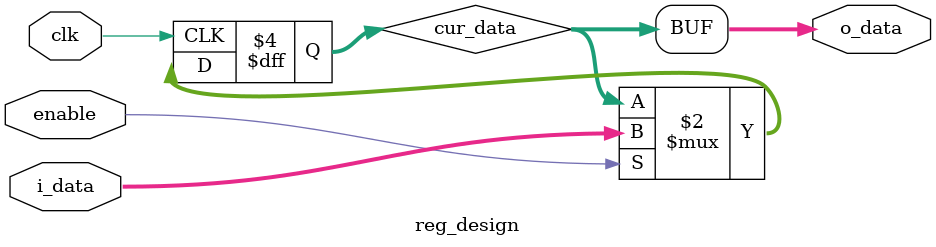
<source format=v>
`timescale 1ns / 1ps

module reg_design(
    input clk,enable,
    input [31:0]i_data,
    output [31:0]o_data
);
    reg [31:0]cur_data;
    assign o_data=cur_data;
    always @(posedge clk) begin
        if (enable) begin
            cur_data<=i_data;
        end
    end
endmodule

</source>
